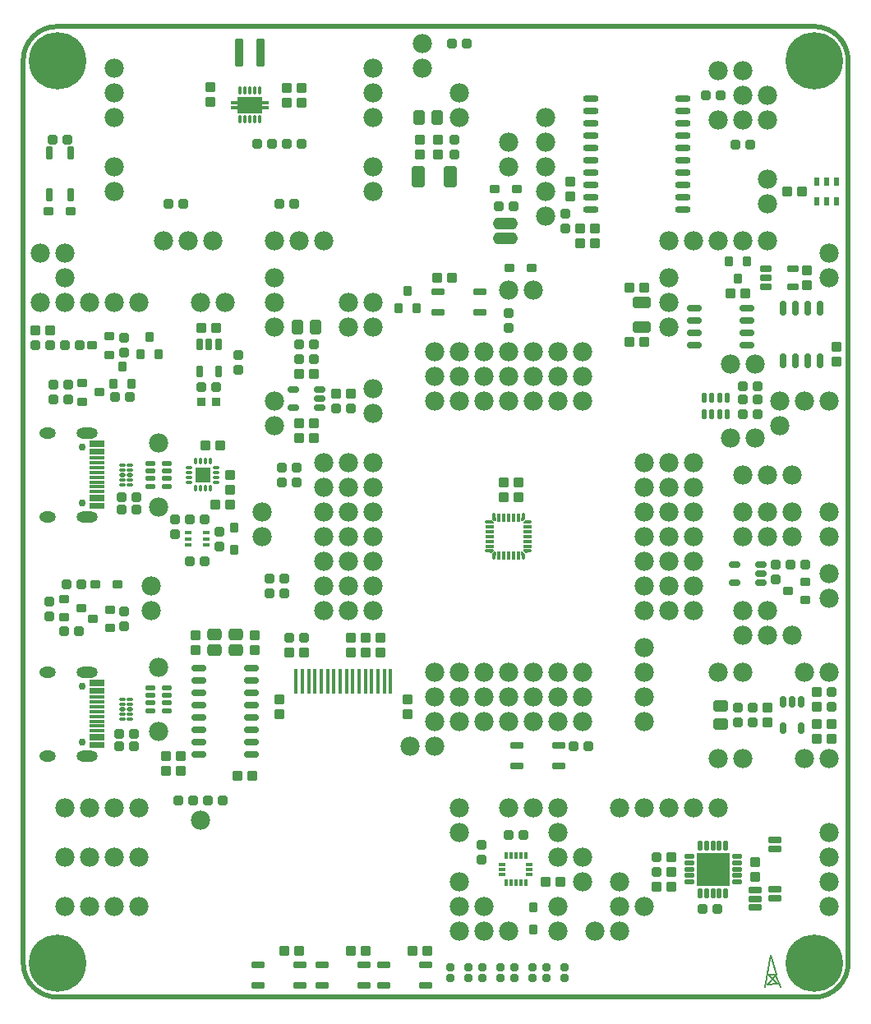
<source format=gts>
G04*
G04 #@! TF.GenerationSoftware,Altium Limited,Altium Designer,19.1.5 (86)*
G04*
G04 Layer_Color=8388736*
%FSLAX25Y25*%
%MOIN*%
G70*
G01*
G75*
%ADD17C,0.00800*%
%ADD71C,0.02000*%
G04:AMPARAMS|DCode=72|XSize=54mil|YSize=84mil|CornerRadius=7mil|HoleSize=0mil|Usage=FLASHONLY|Rotation=180.000|XOffset=0mil|YOffset=0mil|HoleType=Round|Shape=RoundedRectangle|*
%AMROUNDEDRECTD72*
21,1,0.05400,0.07000,0,0,180.0*
21,1,0.04000,0.08400,0,0,180.0*
1,1,0.01400,-0.02000,0.03500*
1,1,0.01400,0.02000,0.03500*
1,1,0.01400,0.02000,-0.03500*
1,1,0.01400,-0.02000,-0.03500*
%
%ADD72ROUNDEDRECTD72*%
G04:AMPARAMS|DCode=73|XSize=39.43mil|YSize=35.5mil|CornerRadius=5.94mil|HoleSize=0mil|Usage=FLASHONLY|Rotation=0.000|XOffset=0mil|YOffset=0mil|HoleType=Round|Shape=RoundedRectangle|*
%AMROUNDEDRECTD73*
21,1,0.03943,0.02362,0,0,0.0*
21,1,0.02756,0.03550,0,0,0.0*
1,1,0.01187,0.01378,-0.01181*
1,1,0.01187,-0.01378,-0.01181*
1,1,0.01187,-0.01378,0.01181*
1,1,0.01187,0.01378,0.01181*
%
%ADD73ROUNDEDRECTD73*%
G04:AMPARAMS|DCode=74|XSize=46.5mil|YSize=59mil|CornerRadius=6.25mil|HoleSize=0mil|Usage=FLASHONLY|Rotation=0.000|XOffset=0mil|YOffset=0mil|HoleType=Round|Shape=RoundedRectangle|*
%AMROUNDEDRECTD74*
21,1,0.04650,0.04650,0,0,0.0*
21,1,0.03400,0.05900,0,0,0.0*
1,1,0.01250,0.01700,-0.02325*
1,1,0.01250,-0.01700,-0.02325*
1,1,0.01250,-0.01700,0.02325*
1,1,0.01250,0.01700,0.02325*
%
%ADD74ROUNDEDRECTD74*%
G04:AMPARAMS|DCode=75|XSize=35.5mil|YSize=35.5mil|CornerRadius=5.15mil|HoleSize=0mil|Usage=FLASHONLY|Rotation=0.000|XOffset=0mil|YOffset=0mil|HoleType=Round|Shape=RoundedRectangle|*
%AMROUNDEDRECTD75*
21,1,0.03550,0.02520,0,0,0.0*
21,1,0.02520,0.03550,0,0,0.0*
1,1,0.01030,0.01260,-0.01260*
1,1,0.01030,-0.01260,-0.01260*
1,1,0.01030,-0.01260,0.01260*
1,1,0.01030,0.01260,0.01260*
%
%ADD75ROUNDEDRECTD75*%
%ADD76R,0.09849X0.06896*%
%ADD77O,0.01306X0.03550*%
G04:AMPARAMS|DCode=78|XSize=16mil|YSize=26mil|CornerRadius=5mil|HoleSize=0mil|Usage=FLASHONLY|Rotation=180.000|XOffset=0mil|YOffset=0mil|HoleType=Round|Shape=RoundedRectangle|*
%AMROUNDEDRECTD78*
21,1,0.01600,0.01600,0,0,180.0*
21,1,0.00600,0.02600,0,0,180.0*
1,1,0.01000,-0.00300,0.00800*
1,1,0.01000,0.00300,0.00800*
1,1,0.01000,0.00300,-0.00800*
1,1,0.01000,-0.00300,-0.00800*
%
%ADD78ROUNDEDRECTD78*%
G04:AMPARAMS|DCode=79|XSize=16mil|YSize=36mil|CornerRadius=5mil|HoleSize=0mil|Usage=FLASHONLY|Rotation=180.000|XOffset=0mil|YOffset=0mil|HoleType=Round|Shape=RoundedRectangle|*
%AMROUNDEDRECTD79*
21,1,0.01600,0.02600,0,0,180.0*
21,1,0.00600,0.03600,0,0,180.0*
1,1,0.01000,-0.00300,0.01300*
1,1,0.01000,0.00300,0.01300*
1,1,0.01000,0.00300,-0.01300*
1,1,0.01000,-0.00300,-0.01300*
%
%ADD79ROUNDEDRECTD79*%
G04:AMPARAMS|DCode=80|XSize=16mil|YSize=26mil|CornerRadius=5mil|HoleSize=0mil|Usage=FLASHONLY|Rotation=90.000|XOffset=0mil|YOffset=0mil|HoleType=Round|Shape=RoundedRectangle|*
%AMROUNDEDRECTD80*
21,1,0.01600,0.01600,0,0,90.0*
21,1,0.00600,0.02600,0,0,90.0*
1,1,0.01000,0.00800,0.00300*
1,1,0.01000,0.00800,-0.00300*
1,1,0.01000,-0.00800,-0.00300*
1,1,0.01000,-0.00800,0.00300*
%
%ADD80ROUNDEDRECTD80*%
G04:AMPARAMS|DCode=81|XSize=16mil|YSize=36mil|CornerRadius=5mil|HoleSize=0mil|Usage=FLASHONLY|Rotation=90.000|XOffset=0mil|YOffset=0mil|HoleType=Round|Shape=RoundedRectangle|*
%AMROUNDEDRECTD81*
21,1,0.01600,0.02600,0,0,90.0*
21,1,0.00600,0.03600,0,0,90.0*
1,1,0.01000,0.01300,0.00300*
1,1,0.01000,0.01300,-0.00300*
1,1,0.01000,-0.01300,-0.00300*
1,1,0.01000,-0.01300,0.00300*
%
%ADD81ROUNDEDRECTD81*%
G04:AMPARAMS|DCode=82|XSize=47.31mil|YSize=98.49mil|CornerRadius=19.32mil|HoleSize=0mil|Usage=FLASHONLY|Rotation=90.000|XOffset=0mil|YOffset=0mil|HoleType=Round|Shape=RoundedRectangle|*
%AMROUNDEDRECTD82*
21,1,0.04731,0.05984,0,0,90.0*
21,1,0.00866,0.09849,0,0,90.0*
1,1,0.03865,0.02992,0.00433*
1,1,0.03865,0.02992,-0.00433*
1,1,0.03865,-0.02992,-0.00433*
1,1,0.03865,-0.02992,0.00433*
%
%ADD82ROUNDEDRECTD82*%
%ADD83R,0.01660X0.10400*%
%ADD84O,0.06306X0.02762*%
%ADD85R,0.02368X0.03550*%
%ADD86R,0.03156X0.01502*%
%ADD87R,0.01502X0.03156*%
G04:AMPARAMS|DCode=88|XSize=27.62mil|YSize=47.31mil|CornerRadius=7.91mil|HoleSize=0mil|Usage=FLASHONLY|Rotation=90.000|XOffset=0mil|YOffset=0mil|HoleType=Round|Shape=RoundedRectangle|*
%AMROUNDEDRECTD88*
21,1,0.02762,0.03150,0,0,90.0*
21,1,0.01181,0.04731,0,0,90.0*
1,1,0.01581,0.01575,0.00591*
1,1,0.01581,0.01575,-0.00591*
1,1,0.01581,-0.01575,-0.00591*
1,1,0.01581,-0.01575,0.00591*
%
%ADD88ROUNDEDRECTD88*%
G04:AMPARAMS|DCode=89|XSize=35.5mil|YSize=110.3mil|CornerRadius=5.94mil|HoleSize=0mil|Usage=FLASHONLY|Rotation=180.000|XOffset=0mil|YOffset=0mil|HoleType=Round|Shape=RoundedRectangle|*
%AMROUNDEDRECTD89*
21,1,0.03550,0.09843,0,0,180.0*
21,1,0.02362,0.11030,0,0,180.0*
1,1,0.01187,-0.01181,0.04921*
1,1,0.01187,0.01181,0.04921*
1,1,0.01187,0.01181,-0.04921*
1,1,0.01187,-0.01181,-0.04921*
%
%ADD89ROUNDEDRECTD89*%
G04:AMPARAMS|DCode=90|XSize=15.81mil|YSize=29.98mil|CornerRadius=4.95mil|HoleSize=0mil|Usage=FLASHONLY|Rotation=90.000|XOffset=0mil|YOffset=0mil|HoleType=Round|Shape=RoundedRectangle|*
%AMROUNDEDRECTD90*
21,1,0.01581,0.02008,0,0,90.0*
21,1,0.00591,0.02998,0,0,90.0*
1,1,0.00991,0.01004,0.00295*
1,1,0.00991,0.01004,-0.00295*
1,1,0.00991,-0.01004,-0.00295*
1,1,0.00991,-0.01004,0.00295*
%
%ADD90ROUNDEDRECTD90*%
%ADD91R,0.06109X0.06109*%
%ADD92O,0.01384X0.03156*%
%ADD93O,0.03156X0.01384*%
G04:AMPARAMS|DCode=94|XSize=40.42mil|YSize=19.75mil|CornerRadius=5.94mil|HoleSize=0mil|Usage=FLASHONLY|Rotation=0.000|XOffset=0mil|YOffset=0mil|HoleType=Round|Shape=RoundedRectangle|*
%AMROUNDEDRECTD94*
21,1,0.04042,0.00787,0,0,0.0*
21,1,0.02854,0.01975,0,0,0.0*
1,1,0.01187,0.01427,-0.00394*
1,1,0.01187,-0.01427,-0.00394*
1,1,0.01187,-0.01427,0.00394*
1,1,0.01187,0.01427,0.00394*
%
%ADD94ROUNDEDRECTD94*%
G04:AMPARAMS|DCode=95|XSize=40.42mil|YSize=19.75mil|CornerRadius=5.94mil|HoleSize=0mil|Usage=FLASHONLY|Rotation=90.000|XOffset=0mil|YOffset=0mil|HoleType=Round|Shape=RoundedRectangle|*
%AMROUNDEDRECTD95*
21,1,0.04042,0.00787,0,0,90.0*
21,1,0.02854,0.01975,0,0,90.0*
1,1,0.01187,0.00394,0.01427*
1,1,0.01187,0.00394,-0.01427*
1,1,0.01187,-0.00394,-0.01427*
1,1,0.01187,-0.00394,0.01427*
%
%ADD95ROUNDEDRECTD95*%
%ADD96R,0.13589X0.13589*%
G04:AMPARAMS|DCode=97|XSize=43.37mil|YSize=74.87mil|CornerRadius=6.92mil|HoleSize=0mil|Usage=FLASHONLY|Rotation=90.000|XOffset=0mil|YOffset=0mil|HoleType=Round|Shape=RoundedRectangle|*
%AMROUNDEDRECTD97*
21,1,0.04337,0.06102,0,0,90.0*
21,1,0.02953,0.07487,0,0,90.0*
1,1,0.01384,0.03051,0.01476*
1,1,0.01384,0.03051,-0.01476*
1,1,0.01384,-0.03051,-0.01476*
1,1,0.01384,-0.03051,0.01476*
%
%ADD97ROUNDEDRECTD97*%
%ADD98O,0.06109X0.02762*%
G04:AMPARAMS|DCode=99|XSize=31.56mil|YSize=31.56mil|CornerRadius=6.13mil|HoleSize=0mil|Usage=FLASHONLY|Rotation=0.000|XOffset=0mil|YOffset=0mil|HoleType=Round|Shape=RoundedRectangle|*
%AMROUNDEDRECTD99*
21,1,0.03156,0.01929,0,0,0.0*
21,1,0.01929,0.03156,0,0,0.0*
1,1,0.01227,0.00965,-0.00965*
1,1,0.01227,-0.00965,-0.00965*
1,1,0.01227,-0.00965,0.00965*
1,1,0.01227,0.00965,0.00965*
%
%ADD99ROUNDEDRECTD99*%
G04:AMPARAMS|DCode=100|XSize=29mil|YSize=54mil|CornerRadius=5.13mil|HoleSize=0mil|Usage=FLASHONLY|Rotation=90.000|XOffset=0mil|YOffset=0mil|HoleType=Round|Shape=RoundedRectangle|*
%AMROUNDEDRECTD100*
21,1,0.02900,0.04375,0,0,90.0*
21,1,0.01875,0.05400,0,0,90.0*
1,1,0.01025,0.02188,0.00938*
1,1,0.01025,0.02188,-0.00938*
1,1,0.01025,-0.02188,-0.00938*
1,1,0.01025,-0.02188,0.00938*
%
%ADD100ROUNDEDRECTD100*%
G04:AMPARAMS|DCode=101|XSize=11.87mil|YSize=24.67mil|CornerRadius=3.97mil|HoleSize=0mil|Usage=FLASHONLY|Rotation=90.000|XOffset=0mil|YOffset=0mil|HoleType=Round|Shape=RoundedRectangle|*
%AMROUNDEDRECTD101*
21,1,0.01187,0.01673,0,0,90.0*
21,1,0.00394,0.02467,0,0,90.0*
1,1,0.00794,0.00837,0.00197*
1,1,0.00794,0.00837,-0.00197*
1,1,0.00794,-0.00837,-0.00197*
1,1,0.00794,-0.00837,0.00197*
%
%ADD101ROUNDEDRECTD101*%
G04:AMPARAMS|DCode=102|XSize=19.75mil|YSize=24.67mil|CornerRadius=5.94mil|HoleSize=0mil|Usage=FLASHONLY|Rotation=90.000|XOffset=0mil|YOffset=0mil|HoleType=Round|Shape=RoundedRectangle|*
%AMROUNDEDRECTD102*
21,1,0.01975,0.01280,0,0,90.0*
21,1,0.00787,0.02467,0,0,90.0*
1,1,0.01187,0.00640,0.00394*
1,1,0.01187,0.00640,-0.00394*
1,1,0.01187,-0.00640,-0.00394*
1,1,0.01187,-0.00640,0.00394*
%
%ADD102ROUNDEDRECTD102*%
G04:AMPARAMS|DCode=103|XSize=39.43mil|YSize=35.5mil|CornerRadius=5.94mil|HoleSize=0mil|Usage=FLASHONLY|Rotation=90.000|XOffset=0mil|YOffset=0mil|HoleType=Round|Shape=RoundedRectangle|*
%AMROUNDEDRECTD103*
21,1,0.03943,0.02362,0,0,90.0*
21,1,0.02756,0.03550,0,0,90.0*
1,1,0.01187,0.01181,0.01378*
1,1,0.01187,0.01181,-0.01378*
1,1,0.01187,-0.01181,-0.01378*
1,1,0.01187,-0.01181,0.01378*
%
%ADD103ROUNDEDRECTD103*%
G04:AMPARAMS|DCode=104|XSize=21.72mil|YSize=39.43mil|CornerRadius=6.43mil|HoleSize=0mil|Usage=FLASHONLY|Rotation=270.000|XOffset=0mil|YOffset=0mil|HoleType=Round|Shape=RoundedRectangle|*
%AMROUNDEDRECTD104*
21,1,0.02172,0.02657,0,0,270.0*
21,1,0.00886,0.03943,0,0,270.0*
1,1,0.01286,-0.01329,-0.00443*
1,1,0.01286,-0.01329,0.00443*
1,1,0.01286,0.01329,0.00443*
1,1,0.01286,0.01329,-0.00443*
%
%ADD104ROUNDEDRECTD104*%
G04:AMPARAMS|DCode=105|XSize=63.06mil|YSize=15.81mil|CornerRadius=4.95mil|HoleSize=0mil|Usage=FLASHONLY|Rotation=0.000|XOffset=0mil|YOffset=0mil|HoleType=Round|Shape=RoundedRectangle|*
%AMROUNDEDRECTD105*
21,1,0.06306,0.00591,0,0,0.0*
21,1,0.05315,0.01581,0,0,0.0*
1,1,0.00991,0.02657,-0.00295*
1,1,0.00991,-0.02657,-0.00295*
1,1,0.00991,-0.02657,0.00295*
1,1,0.00991,0.02657,0.00295*
%
%ADD105ROUNDEDRECTD105*%
G04:AMPARAMS|DCode=106|XSize=49.28mil|YSize=59.12mil|CornerRadius=13.32mil|HoleSize=0mil|Usage=FLASHONLY|Rotation=270.000|XOffset=0mil|YOffset=0mil|HoleType=Round|Shape=RoundedRectangle|*
%AMROUNDEDRECTD106*
21,1,0.04928,0.03248,0,0,270.0*
21,1,0.02264,0.05912,0,0,270.0*
1,1,0.02664,-0.01624,-0.01132*
1,1,0.02664,-0.01624,0.01132*
1,1,0.02664,0.01624,0.01132*
1,1,0.02664,0.01624,-0.01132*
%
%ADD106ROUNDEDRECTD106*%
G04:AMPARAMS|DCode=107|XSize=35.58mil|YSize=42.27mil|CornerRadius=9.89mil|HoleSize=0mil|Usage=FLASHONLY|Rotation=270.000|XOffset=0mil|YOffset=0mil|HoleType=Round|Shape=RoundedRectangle|*
%AMROUNDEDRECTD107*
21,1,0.03558,0.02248,0,0,270.0*
21,1,0.01579,0.04227,0,0,270.0*
1,1,0.01979,-0.01124,-0.00789*
1,1,0.01979,-0.01124,0.00789*
1,1,0.01979,0.01124,0.00789*
1,1,0.01979,0.01124,-0.00789*
%
%ADD107ROUNDEDRECTD107*%
G04:AMPARAMS|DCode=108|XSize=39mil|YSize=39mil|CornerRadius=6.38mil|HoleSize=0mil|Usage=FLASHONLY|Rotation=90.000|XOffset=0mil|YOffset=0mil|HoleType=Round|Shape=RoundedRectangle|*
%AMROUNDEDRECTD108*
21,1,0.03900,0.02625,0,0,90.0*
21,1,0.02625,0.03900,0,0,90.0*
1,1,0.01275,0.01313,0.01313*
1,1,0.01275,0.01313,-0.01313*
1,1,0.01275,-0.01313,-0.01313*
1,1,0.01275,-0.01313,0.01313*
%
%ADD108ROUNDEDRECTD108*%
G04:AMPARAMS|DCode=109|XSize=39mil|YSize=39mil|CornerRadius=5.5mil|HoleSize=0mil|Usage=FLASHONLY|Rotation=90.000|XOffset=0mil|YOffset=0mil|HoleType=Round|Shape=RoundedRectangle|*
%AMROUNDEDRECTD109*
21,1,0.03900,0.02800,0,0,90.0*
21,1,0.02800,0.03900,0,0,90.0*
1,1,0.01100,0.01400,0.01400*
1,1,0.01100,0.01400,-0.01400*
1,1,0.01100,-0.01400,-0.01400*
1,1,0.01100,-0.01400,0.01400*
%
%ADD109ROUNDEDRECTD109*%
G04:AMPARAMS|DCode=110|XSize=46.5mil|YSize=59mil|CornerRadius=6.25mil|HoleSize=0mil|Usage=FLASHONLY|Rotation=90.000|XOffset=0mil|YOffset=0mil|HoleType=Round|Shape=RoundedRectangle|*
%AMROUNDEDRECTD110*
21,1,0.04650,0.04650,0,0,90.0*
21,1,0.03400,0.05900,0,0,90.0*
1,1,0.01250,0.02325,0.01700*
1,1,0.01250,0.02325,-0.01700*
1,1,0.01250,-0.02325,-0.01700*
1,1,0.01250,-0.02325,0.01700*
%
%ADD110ROUNDEDRECTD110*%
G04:AMPARAMS|DCode=111|XSize=25.65mil|YSize=43.37mil|CornerRadius=7.41mil|HoleSize=0mil|Usage=FLASHONLY|Rotation=0.000|XOffset=0mil|YOffset=0mil|HoleType=Round|Shape=RoundedRectangle|*
%AMROUNDEDRECTD111*
21,1,0.02565,0.02854,0,0,0.0*
21,1,0.01083,0.04337,0,0,0.0*
1,1,0.01483,0.00541,-0.01427*
1,1,0.01483,-0.00541,-0.01427*
1,1,0.01483,-0.00541,0.01427*
1,1,0.01483,0.00541,0.01427*
%
%ADD111ROUNDEDRECTD111*%
G04:AMPARAMS|DCode=112|XSize=29.59mil|YSize=51.24mil|CornerRadius=5.2mil|HoleSize=0mil|Usage=FLASHONLY|Rotation=90.000|XOffset=0mil|YOffset=0mil|HoleType=Round|Shape=RoundedRectangle|*
%AMROUNDEDRECTD112*
21,1,0.02959,0.04085,0,0,90.0*
21,1,0.01919,0.05124,0,0,90.0*
1,1,0.01040,0.02042,0.00960*
1,1,0.01040,0.02042,-0.00960*
1,1,0.01040,-0.02042,-0.00960*
1,1,0.01040,-0.02042,0.00960*
%
%ADD112ROUNDEDRECTD112*%
G04:AMPARAMS|DCode=113|XSize=39mil|YSize=39mil|CornerRadius=6.38mil|HoleSize=0mil|Usage=FLASHONLY|Rotation=180.000|XOffset=0mil|YOffset=0mil|HoleType=Round|Shape=RoundedRectangle|*
%AMROUNDEDRECTD113*
21,1,0.03900,0.02625,0,0,180.0*
21,1,0.02625,0.03900,0,0,180.0*
1,1,0.01275,-0.01313,0.01313*
1,1,0.01275,0.01313,0.01313*
1,1,0.01275,0.01313,-0.01313*
1,1,0.01275,-0.01313,-0.01313*
%
%ADD113ROUNDEDRECTD113*%
G04:AMPARAMS|DCode=114|XSize=39mil|YSize=39mil|CornerRadius=5.5mil|HoleSize=0mil|Usage=FLASHONLY|Rotation=0.000|XOffset=0mil|YOffset=0mil|HoleType=Round|Shape=RoundedRectangle|*
%AMROUNDEDRECTD114*
21,1,0.03900,0.02800,0,0,0.0*
21,1,0.02800,0.03900,0,0,0.0*
1,1,0.01100,0.01400,-0.01400*
1,1,0.01100,-0.01400,-0.01400*
1,1,0.01100,-0.01400,0.01400*
1,1,0.01100,0.01400,0.01400*
%
%ADD114ROUNDEDRECTD114*%
G04:AMPARAMS|DCode=115|XSize=35.58mil|YSize=42.27mil|CornerRadius=9.89mil|HoleSize=0mil|Usage=FLASHONLY|Rotation=180.000|XOffset=0mil|YOffset=0mil|HoleType=Round|Shape=RoundedRectangle|*
%AMROUNDEDRECTD115*
21,1,0.03558,0.02248,0,0,180.0*
21,1,0.01579,0.04227,0,0,180.0*
1,1,0.01979,-0.00789,0.01124*
1,1,0.01979,0.00789,0.01124*
1,1,0.01979,0.00789,-0.01124*
1,1,0.01979,-0.00789,-0.01124*
%
%ADD115ROUNDEDRECTD115*%
G04:AMPARAMS|DCode=116|XSize=21.72mil|YSize=39.43mil|CornerRadius=6.43mil|HoleSize=0mil|Usage=FLASHONLY|Rotation=180.000|XOffset=0mil|YOffset=0mil|HoleType=Round|Shape=RoundedRectangle|*
%AMROUNDEDRECTD116*
21,1,0.02172,0.02657,0,0,180.0*
21,1,0.00886,0.03943,0,0,180.0*
1,1,0.01286,-0.00443,0.01329*
1,1,0.01286,0.00443,0.01329*
1,1,0.01286,0.00443,-0.01329*
1,1,0.01286,-0.00443,-0.01329*
%
%ADD116ROUNDEDRECTD116*%
G04:AMPARAMS|DCode=117|XSize=27.62mil|YSize=47.31mil|CornerRadius=7.91mil|HoleSize=0mil|Usage=FLASHONLY|Rotation=0.000|XOffset=0mil|YOffset=0mil|HoleType=Round|Shape=RoundedRectangle|*
%AMROUNDEDRECTD117*
21,1,0.02762,0.03150,0,0,0.0*
21,1,0.01181,0.04731,0,0,0.0*
1,1,0.01581,0.00591,-0.01575*
1,1,0.01581,-0.00591,-0.01575*
1,1,0.01581,-0.00591,0.01575*
1,1,0.01581,0.00591,0.01575*
%
%ADD117ROUNDEDRECTD117*%
G04:AMPARAMS|DCode=118|XSize=25.65mil|YSize=43.37mil|CornerRadius=7.41mil|HoleSize=0mil|Usage=FLASHONLY|Rotation=270.000|XOffset=0mil|YOffset=0mil|HoleType=Round|Shape=RoundedRectangle|*
%AMROUNDEDRECTD118*
21,1,0.02565,0.02854,0,0,270.0*
21,1,0.01083,0.04337,0,0,270.0*
1,1,0.01483,-0.01427,-0.00541*
1,1,0.01483,-0.01427,0.00541*
1,1,0.01483,0.01427,0.00541*
1,1,0.01483,0.01427,-0.00541*
%
%ADD118ROUNDEDRECTD118*%
%ADD119O,0.02762X0.06109*%
G04:AMPARAMS|DCode=120|XSize=29.59mil|YSize=51.24mil|CornerRadius=5.2mil|HoleSize=0mil|Usage=FLASHONLY|Rotation=180.000|XOffset=0mil|YOffset=0mil|HoleType=Round|Shape=RoundedRectangle|*
%AMROUNDEDRECTD120*
21,1,0.02959,0.04085,0,0,180.0*
21,1,0.01919,0.05124,0,0,180.0*
1,1,0.01040,-0.00960,0.02042*
1,1,0.01040,0.00960,0.02042*
1,1,0.01040,0.00960,-0.02042*
1,1,0.01040,-0.00960,-0.02042*
%
%ADD120ROUNDEDRECTD120*%
%ADD121R,0.03550X0.01502*%
%ADD122C,0.07800*%
%ADD123C,0.23235*%
%ADD124C,0.04762*%
%ADD125C,0.02959*%
%ADD126O,0.06699X0.04337*%
%ADD127O,0.08668X0.04337*%
G36*
X-6187Y-15130D02*
X-6130Y-15187D01*
X-6100Y-15260D01*
Y-15300D01*
Y-15850D01*
X-6950Y-16700D01*
X-7600D01*
Y-15100D01*
X-6260D01*
X-6187Y-15130D01*
D02*
G37*
G36*
X-5187Y-16130D02*
X-5130Y-16187D01*
X-5100Y-16260D01*
Y-16300D01*
Y-17600D01*
X-6700D01*
Y-16950D01*
X-5850Y-16100D01*
X-5260D01*
X-5187Y-16130D01*
D02*
G37*
G36*
X-5100Y-3700D02*
Y-3740D01*
X-5130Y-3813D01*
X-5187Y-3870D01*
X-5260Y-3900D01*
X-5850D01*
X-6700Y-3050D01*
Y-2400D01*
X-5100D01*
Y-3700D01*
D02*
G37*
G36*
X-6100Y-4150D02*
Y-4700D01*
Y-4740D01*
X-6130Y-4813D01*
X-6187Y-4870D01*
X-6260Y-4900D01*
X-7600D01*
Y-3300D01*
X-6950D01*
X-6100Y-4150D01*
D02*
G37*
G36*
X7600Y-16700D02*
X6950D01*
X6100Y-15850D01*
Y-15300D01*
Y-15260D01*
X6130Y-15187D01*
X6187Y-15130D01*
X6260Y-15100D01*
X7600D01*
Y-16700D01*
D02*
G37*
G36*
X6700Y-16950D02*
Y-17600D01*
X5100D01*
Y-16300D01*
Y-16260D01*
X5130Y-16187D01*
X5187Y-16130D01*
X5260Y-16100D01*
X5850D01*
X6700Y-16950D01*
D02*
G37*
G36*
Y-3050D02*
X5850Y-3900D01*
X5260D01*
X5187Y-3870D01*
X5130Y-3813D01*
X5100Y-3740D01*
Y-3700D01*
Y-2400D01*
X6700D01*
Y-3050D01*
D02*
G37*
G36*
X7600Y-4900D02*
X6260D01*
X6187Y-4870D01*
X6130Y-4813D01*
X6100Y-4740D01*
Y-4700D01*
Y-4150D01*
X6950Y-3300D01*
X7600D01*
Y-4900D01*
D02*
G37*
D17*
X108500Y-188200D02*
X110400Y-192600D01*
X106400Y-179600D02*
X108700Y-187600D01*
X105400Y-187900D02*
X109000Y-191500D01*
X105400Y-187900D02*
X108700Y-187600D01*
X105000Y-191800D02*
X109000Y-191500D01*
X105000Y-191800D02*
X108500Y-188200D01*
X103900Y-192600D02*
X106400Y-179600D01*
D71*
X-183071Y196850D02*
G03*
X-196850Y183071I0J-13780D01*
G01*
X124016Y-196850D02*
G03*
X137795Y-183071I0J13780D01*
G01*
Y183071D02*
G03*
X124016Y196850I-13780J0D01*
G01*
X-196850Y-183071D02*
G03*
X-183071Y-196850I13780J0D01*
G01*
X-196850Y-183071D02*
X-196850Y183071D01*
X-183071Y-196850D02*
X124016Y-196850D01*
X137795Y-183071D02*
Y183071D01*
X-183071Y196850D02*
X124016D01*
D72*
X-36500Y136000D02*
D03*
X-23500D02*
D03*
D73*
X9528Y99000D02*
D03*
X472D02*
D03*
X-167527Y-29500D02*
D03*
X-158472D02*
D03*
X-177472Y122000D02*
D03*
X-186528D02*
D03*
X-5528Y131000D02*
D03*
X3528D02*
D03*
D74*
X-36126Y160000D02*
D03*
X-28874D02*
D03*
X-85626Y75000D02*
D03*
X-78374D02*
D03*
D75*
X-124500Y44500D02*
D03*
X-118500D02*
D03*
D76*
X-105000Y165000D02*
D03*
D77*
X-101063Y159193D02*
D03*
X-103032D02*
D03*
X-105000D02*
D03*
X-106968D02*
D03*
X-108937D02*
D03*
Y170807D02*
D03*
X-106968D02*
D03*
X-105000D02*
D03*
X-103032D02*
D03*
X-101063D02*
D03*
D78*
X5906Y-1850D02*
D03*
X-5906D02*
D03*
Y-18150D02*
D03*
X5906D02*
D03*
D79*
X3937Y-2350D02*
D03*
X1969D02*
D03*
X0D02*
D03*
X-1969D02*
D03*
X-3937D02*
D03*
Y-17650D02*
D03*
X-1969D02*
D03*
X0D02*
D03*
X1969D02*
D03*
X3937D02*
D03*
D80*
X-8150Y-4095D02*
D03*
Y-15905D02*
D03*
X8150D02*
D03*
Y-4095D02*
D03*
D81*
X-7650Y-6063D02*
D03*
Y-8032D02*
D03*
Y-10000D02*
D03*
Y-11969D02*
D03*
Y-13937D02*
D03*
X7650D02*
D03*
Y-11969D02*
D03*
Y-10000D02*
D03*
Y-8032D02*
D03*
Y-6063D02*
D03*
D82*
X-1315Y111047D02*
D03*
Y116953D02*
D03*
D83*
X-75957Y-68728D02*
D03*
X-83634D02*
D03*
X-50366D02*
D03*
X-58043D02*
D03*
X-86193D02*
D03*
X-78516D02*
D03*
X-81075D02*
D03*
X-68279D02*
D03*
X-70839D02*
D03*
X-73398D02*
D03*
X-60602D02*
D03*
X-63161D02*
D03*
X-65720D02*
D03*
X-52925D02*
D03*
X-55484D02*
D03*
X-47807D02*
D03*
D84*
X33268Y167500D02*
D03*
Y162500D02*
D03*
Y157500D02*
D03*
Y152500D02*
D03*
Y147500D02*
D03*
Y142500D02*
D03*
Y137500D02*
D03*
Y132500D02*
D03*
Y127500D02*
D03*
Y122500D02*
D03*
X70669Y167500D02*
D03*
Y162500D02*
D03*
Y157500D02*
D03*
Y152500D02*
D03*
Y147500D02*
D03*
Y142500D02*
D03*
Y137500D02*
D03*
Y132500D02*
D03*
Y127500D02*
D03*
Y122500D02*
D03*
D85*
X132937Y133937D02*
D03*
X129000D02*
D03*
X125063D02*
D03*
Y126063D02*
D03*
X129000D02*
D03*
X132937D02*
D03*
D86*
X8512Y-143032D02*
D03*
Y-145000D02*
D03*
Y-146968D02*
D03*
X-2512D02*
D03*
Y-145000D02*
D03*
Y-143032D02*
D03*
D87*
X6937Y-150512D02*
D03*
X4968D02*
D03*
X3000D02*
D03*
X1031D02*
D03*
X-937D02*
D03*
Y-139488D02*
D03*
X1031D02*
D03*
X3000D02*
D03*
X4968D02*
D03*
X6937D02*
D03*
D88*
X104488Y98709D02*
D03*
Y94968D02*
D03*
Y91228D02*
D03*
X115512D02*
D03*
Y98709D02*
D03*
D89*
X-109330Y186379D02*
D03*
X-100669D02*
D03*
D90*
X-122559Y-8441D02*
D03*
Y-11000D02*
D03*
Y-13559D02*
D03*
X-129803D02*
D03*
Y-11000D02*
D03*
Y-8441D02*
D03*
D91*
X-124000Y15000D02*
D03*
D92*
X-121047Y20512D02*
D03*
X-123016D02*
D03*
X-124984D02*
D03*
X-126953D02*
D03*
X-121047Y9488D02*
D03*
X-123016D02*
D03*
X-124984D02*
D03*
X-126953D02*
D03*
D93*
X-118488Y12047D02*
D03*
Y14016D02*
D03*
Y15984D02*
D03*
Y17953D02*
D03*
X-129512Y12047D02*
D03*
Y14016D02*
D03*
Y15984D02*
D03*
Y17953D02*
D03*
D94*
X73404Y-150118D02*
D03*
X92596D02*
D03*
Y-147559D02*
D03*
Y-145000D02*
D03*
Y-142441D02*
D03*
Y-139882D02*
D03*
X73404D02*
D03*
Y-142441D02*
D03*
Y-145000D02*
D03*
Y-147559D02*
D03*
D95*
X77882Y-154596D02*
D03*
X80441D02*
D03*
X83000D02*
D03*
X85559D02*
D03*
X88118D02*
D03*
Y-135403D02*
D03*
X85559D02*
D03*
X83000D02*
D03*
X80441D02*
D03*
X77882D02*
D03*
D96*
X83000Y-145000D02*
D03*
D97*
X54000Y75079D02*
D03*
Y84921D02*
D03*
D98*
X-104272Y-98500D02*
D03*
Y-93500D02*
D03*
Y-88500D02*
D03*
Y-83500D02*
D03*
Y-78500D02*
D03*
Y-73500D02*
D03*
Y-68500D02*
D03*
Y-63500D02*
D03*
X-125728Y-98500D02*
D03*
Y-93500D02*
D03*
Y-88500D02*
D03*
Y-83500D02*
D03*
Y-78500D02*
D03*
Y-73500D02*
D03*
Y-68500D02*
D03*
Y-63500D02*
D03*
X96728Y67500D02*
D03*
Y72500D02*
D03*
Y77500D02*
D03*
Y82500D02*
D03*
X75272Y67500D02*
D03*
Y72500D02*
D03*
Y77500D02*
D03*
Y82500D02*
D03*
D99*
X2398Y-189165D02*
D03*
Y-184835D02*
D03*
X9602D02*
D03*
Y-189165D02*
D03*
X15398D02*
D03*
Y-184835D02*
D03*
X22602D02*
D03*
Y-189165D02*
D03*
X-23602D02*
D03*
Y-184835D02*
D03*
X-16398D02*
D03*
Y-189165D02*
D03*
X-10602D02*
D03*
Y-184835D02*
D03*
X-3398D02*
D03*
Y-189165D02*
D03*
D100*
X100000Y-153500D02*
D03*
Y-157000D02*
D03*
Y-160500D02*
D03*
X108000Y-156762D02*
D03*
Y-153238D02*
D03*
Y-136762D02*
D03*
Y-133238D02*
D03*
D101*
X-156526Y-81968D02*
D03*
Y-83937D02*
D03*
X-153474Y-76063D02*
D03*
Y-78031D02*
D03*
X-156526Y-76063D02*
D03*
Y-78031D02*
D03*
X-153474Y-83937D02*
D03*
Y-81968D02*
D03*
Y13032D02*
D03*
Y11063D02*
D03*
X-156526Y16969D02*
D03*
Y18937D02*
D03*
X-153474Y16969D02*
D03*
Y18937D02*
D03*
X-156526Y11063D02*
D03*
Y13032D02*
D03*
D102*
Y-80000D02*
D03*
X-153474D02*
D03*
Y15000D02*
D03*
X-156526D02*
D03*
D103*
X-111181Y-15528D02*
D03*
Y-6472D02*
D03*
X10000Y-169527D02*
D03*
Y-160472D02*
D03*
D104*
X-138654Y-74425D02*
D03*
Y-71276D02*
D03*
Y-80724D02*
D03*
Y-77575D02*
D03*
X-145346D02*
D03*
Y-80724D02*
D03*
Y-71276D02*
D03*
Y-74425D02*
D03*
Y16575D02*
D03*
Y19724D02*
D03*
Y10276D02*
D03*
Y13425D02*
D03*
X-138654D02*
D03*
Y10276D02*
D03*
Y19724D02*
D03*
Y16575D02*
D03*
D105*
X-167000Y-95173D02*
D03*
Y-93992D02*
D03*
Y-92024D02*
D03*
Y-90842D02*
D03*
Y-88874D02*
D03*
Y-86905D02*
D03*
Y-84937D02*
D03*
Y-82968D02*
D03*
Y-81000D02*
D03*
Y-79031D02*
D03*
Y-77063D02*
D03*
Y-75094D02*
D03*
Y-73126D02*
D03*
Y-71945D02*
D03*
Y-69976D02*
D03*
Y-68795D02*
D03*
Y1827D02*
D03*
Y3008D02*
D03*
Y4976D02*
D03*
Y6157D02*
D03*
Y8126D02*
D03*
Y10095D02*
D03*
Y12063D02*
D03*
Y14031D02*
D03*
Y16000D02*
D03*
Y17968D02*
D03*
Y19937D02*
D03*
Y21905D02*
D03*
Y23874D02*
D03*
Y25055D02*
D03*
Y27024D02*
D03*
Y28205D02*
D03*
D106*
X-119331Y-56150D02*
D03*
Y-49850D02*
D03*
X-110669Y-56150D02*
D03*
Y-49850D02*
D03*
D107*
X-161516Y-47240D02*
D03*
Y-39760D02*
D03*
X-168484Y-43500D02*
D03*
X-162067Y63740D02*
D03*
Y71220D02*
D03*
X-169035Y67480D02*
D03*
X-173035Y52220D02*
D03*
Y44740D02*
D03*
X-166067Y48480D02*
D03*
X113516Y-32000D02*
D03*
X120484Y-28260D02*
D03*
Y-35740D02*
D03*
X-180280Y-35311D02*
D03*
Y-42791D02*
D03*
X-173311Y-39051D02*
D03*
D108*
X60000Y-140000D02*
D03*
Y-146000D02*
D03*
X-109500Y63500D02*
D03*
Y57500D02*
D03*
X-156051Y64480D02*
D03*
Y70480D02*
D03*
X-11000Y-141000D02*
D03*
Y-135000D02*
D03*
X-91000Y-33000D02*
D03*
Y-27000D02*
D03*
X-97000Y-33000D02*
D03*
Y-27000D02*
D03*
X-22000Y145000D02*
D03*
Y151000D02*
D03*
X0Y80500D02*
D03*
Y74500D02*
D03*
X-117181Y-14000D02*
D03*
Y-8000D02*
D03*
X-135181Y-3000D02*
D03*
Y-9000D02*
D03*
X-186260Y-36516D02*
D03*
Y-42516D02*
D03*
X-156000Y-46500D02*
D03*
Y-40500D02*
D03*
X-79000Y62000D02*
D03*
Y68000D02*
D03*
X-85000Y62000D02*
D03*
Y68000D02*
D03*
X23000Y115000D02*
D03*
Y121000D02*
D03*
X108500Y-27500D02*
D03*
Y-21500D02*
D03*
X131000Y-73000D02*
D03*
Y-79000D02*
D03*
D109*
X125000D02*
D03*
Y-73000D02*
D03*
X-90000Y172000D02*
D03*
Y166000D02*
D03*
X-84000Y172000D02*
D03*
Y166000D02*
D03*
X-28500Y151000D02*
D03*
Y145000D02*
D03*
X-120999Y172379D02*
D03*
Y166379D02*
D03*
X25032Y134000D02*
D03*
Y128000D02*
D03*
X121000Y97969D02*
D03*
Y91969D02*
D03*
X-93000Y-76000D02*
D03*
Y-82000D02*
D03*
X-52000Y-51000D02*
D03*
Y-57000D02*
D03*
X-41000Y-76000D02*
D03*
Y-82000D02*
D03*
X-36000Y145000D02*
D03*
Y151000D02*
D03*
X133000Y67000D02*
D03*
Y61000D02*
D03*
X-103000Y-56000D02*
D03*
Y-50000D02*
D03*
X-127000Y-50000D02*
D03*
Y-56000D02*
D03*
X-113000Y15000D02*
D03*
Y9000D02*
D03*
X29000Y115000D02*
D03*
Y109000D02*
D03*
X35000Y115000D02*
D03*
Y109000D02*
D03*
X66000Y-146000D02*
D03*
Y-140000D02*
D03*
X100000Y-148000D02*
D03*
Y-142000D02*
D03*
X125000Y-92000D02*
D03*
Y-86000D02*
D03*
X131000Y-92000D02*
D03*
Y-86000D02*
D03*
X105000Y-79500D02*
D03*
Y-85500D02*
D03*
D110*
X86000Y-86126D02*
D03*
Y-78874D02*
D03*
D111*
X118740Y-87815D02*
D03*
X111260D02*
D03*
Y-77185D02*
D03*
X115000D02*
D03*
X118740D02*
D03*
D112*
X20465Y-103232D02*
D03*
X3535D02*
D03*
X20465Y-94768D02*
D03*
X3535D02*
D03*
X-84535Y-192232D02*
D03*
X-101465D02*
D03*
X-84535Y-183768D02*
D03*
X-101465D02*
D03*
X-75465D02*
D03*
X-58535D02*
D03*
X-75465Y-192232D02*
D03*
X-58535D02*
D03*
X-33535D02*
D03*
X-50465D02*
D03*
X-33535Y-183768D02*
D03*
X-50465D02*
D03*
X-28465Y89232D02*
D03*
X-11535D02*
D03*
X-28465Y80768D02*
D03*
X-11535D02*
D03*
D113*
X-17000Y190000D02*
D03*
X-23000D02*
D03*
X-180051Y67480D02*
D03*
X-174051D02*
D03*
X-151000Y6000D02*
D03*
X-157000D02*
D03*
X-124500Y50500D02*
D03*
X-118500D02*
D03*
X-157000Y1000D02*
D03*
X-151000D02*
D03*
X-192051Y67480D02*
D03*
X-186051D02*
D03*
X-128000Y-117000D02*
D03*
X-134000D02*
D03*
X-115870D02*
D03*
X-121870D02*
D03*
X-153551Y46480D02*
D03*
X-159551D02*
D03*
X6000Y-131000D02*
D03*
X0D02*
D03*
X-184551Y45480D02*
D03*
X-178551D02*
D03*
X-184551Y51480D02*
D03*
X-178551D02*
D03*
X-89999Y149379D02*
D03*
X-83999D02*
D03*
X-95999D02*
D03*
X-101999D02*
D03*
X-93000Y125000D02*
D03*
X-87000D02*
D03*
X95000Y39425D02*
D03*
X101000D02*
D03*
X95000Y45425D02*
D03*
X101000D02*
D03*
X-4000Y124000D02*
D03*
X2000D02*
D03*
X-89000Y-51000D02*
D03*
X-83000D02*
D03*
X-138000Y125000D02*
D03*
X-132000D02*
D03*
X101000Y51000D02*
D03*
X95000D02*
D03*
X-158000Y-90000D02*
D03*
X-152000D02*
D03*
X-152000Y-95000D02*
D03*
X-158000D02*
D03*
X-129181Y-3000D02*
D03*
X-123181D02*
D03*
Y-20000D02*
D03*
X-129181D02*
D03*
X-173260Y-29516D02*
D03*
X-179260D02*
D03*
X-174260Y-48516D02*
D03*
X-180260D02*
D03*
X-86000Y12000D02*
D03*
X-92000D02*
D03*
X-86000Y18000D02*
D03*
X-92000D02*
D03*
X-64000Y42000D02*
D03*
X-70000D02*
D03*
X114500Y-21500D02*
D03*
X120500D02*
D03*
X86000Y169000D02*
D03*
X80000D02*
D03*
X92000Y149000D02*
D03*
X98000D02*
D03*
X84700Y-161000D02*
D03*
X78700D02*
D03*
X99000Y-85500D02*
D03*
X93000D02*
D03*
X99000Y-79500D02*
D03*
X93000D02*
D03*
X-185000Y151000D02*
D03*
X-179000D02*
D03*
X32500Y-95000D02*
D03*
X26500D02*
D03*
D114*
X-124500Y74500D02*
D03*
X-118500D02*
D03*
X-186051Y73480D02*
D03*
X-192051D02*
D03*
X-2000Y6000D02*
D03*
X4000D02*
D03*
X-29000Y95000D02*
D03*
X-23000D02*
D03*
X119000Y130000D02*
D03*
X113000D02*
D03*
X15000Y-150000D02*
D03*
X21000D02*
D03*
X-64000Y-57000D02*
D03*
X-58000D02*
D03*
X-83000D02*
D03*
X-89000D02*
D03*
X-58000Y-51000D02*
D03*
X-64000D02*
D03*
X-119000Y3000D02*
D03*
X-113000D02*
D03*
X55000Y69000D02*
D03*
X49000D02*
D03*
X90000Y88516D02*
D03*
X96000D02*
D03*
X55000Y91000D02*
D03*
X49000D02*
D03*
X-85000Y-178000D02*
D03*
X-91000D02*
D03*
X-64000D02*
D03*
X-58000D02*
D03*
X-39000D02*
D03*
X-33000D02*
D03*
X-2000Y12000D02*
D03*
X4000D02*
D03*
X-117000Y27000D02*
D03*
X-123000D02*
D03*
X-139000Y-105000D02*
D03*
X-133000D02*
D03*
Y-99000D02*
D03*
X-139000D02*
D03*
X-110000Y-107000D02*
D03*
X-104000D02*
D03*
X-85000Y30000D02*
D03*
X-79000D02*
D03*
X-70000Y48000D02*
D03*
X-64000D02*
D03*
X-85000Y36000D02*
D03*
X-79000D02*
D03*
X-79000Y56000D02*
D03*
X-85000D02*
D03*
X66000Y-152000D02*
D03*
X60000D02*
D03*
D115*
X-160291Y51996D02*
D03*
X-152811D02*
D03*
X-156551Y58965D02*
D03*
X-44740Y82516D02*
D03*
X-37260D02*
D03*
X-41000Y89484D02*
D03*
X-149291Y63996D02*
D03*
X-141811D02*
D03*
X-145551Y70965D02*
D03*
X93000Y94516D02*
D03*
X89260Y101484D02*
D03*
X96740D02*
D03*
D116*
X85575Y39654D02*
D03*
X88724D02*
D03*
X79276D02*
D03*
X82425D02*
D03*
Y46347D02*
D03*
X79276D02*
D03*
X88724D02*
D03*
X85575D02*
D03*
D117*
X-117760Y68012D02*
D03*
X-121500D02*
D03*
X-125240D02*
D03*
Y56988D02*
D03*
X-117760D02*
D03*
D118*
X-76685Y42260D02*
D03*
Y46000D02*
D03*
Y49740D02*
D03*
X-87315D02*
D03*
Y42260D02*
D03*
X102315Y-28740D02*
D03*
Y-25000D02*
D03*
Y-21260D02*
D03*
X91685D02*
D03*
Y-28740D02*
D03*
D119*
X111500Y61272D02*
D03*
X116500D02*
D03*
X121500D02*
D03*
X126500D02*
D03*
X111500Y82728D02*
D03*
X116500D02*
D03*
X121500D02*
D03*
X126500D02*
D03*
D120*
X-177768Y145465D02*
D03*
Y128535D02*
D03*
X-186232Y145465D02*
D03*
Y128535D02*
D03*
D121*
X-99094Y164016D02*
D03*
Y165985D02*
D03*
X-110905D02*
D03*
Y164016D02*
D03*
D122*
X55000Y-85000D02*
D03*
Y-75000D02*
D03*
Y-65000D02*
D03*
Y-55000D02*
D03*
X-55000Y130000D02*
D03*
Y140000D02*
D03*
X-160000Y130000D02*
D03*
Y140000D02*
D03*
X-20000Y160000D02*
D03*
Y170000D02*
D03*
X-55000Y180000D02*
D03*
Y170000D02*
D03*
Y160000D02*
D03*
X-20000Y45000D02*
D03*
Y55000D02*
D03*
Y65000D02*
D03*
X55000Y20000D02*
D03*
X65000D02*
D03*
X75000D02*
D03*
X0Y-170000D02*
D03*
X-10000D02*
D03*
X-20000D02*
D03*
X15000Y140000D02*
D03*
Y150000D02*
D03*
Y160000D02*
D03*
X-55000Y85000D02*
D03*
X-65000D02*
D03*
X130000Y-160000D02*
D03*
Y-150000D02*
D03*
Y-140000D02*
D03*
Y-130000D02*
D03*
X20000Y-140000D02*
D03*
Y-130000D02*
D03*
Y-120000D02*
D03*
X-95000Y75000D02*
D03*
Y85000D02*
D03*
Y95000D02*
D03*
X45000Y-150000D02*
D03*
Y-160000D02*
D03*
X85000Y-120000D02*
D03*
X75000D02*
D03*
X65000D02*
D03*
X55000D02*
D03*
X115000Y15000D02*
D03*
X105000D02*
D03*
X95000D02*
D03*
X-145000Y-30000D02*
D03*
Y-40000D02*
D03*
X-170000Y85000D02*
D03*
X-180000D02*
D03*
X-190000D02*
D03*
X-150000D02*
D03*
X-160000D02*
D03*
X35000Y-170000D02*
D03*
X45000D02*
D03*
X-125000Y-125000D02*
D03*
X20000Y-160000D02*
D03*
Y-170000D02*
D03*
X-180000Y-160000D02*
D03*
X-170000D02*
D03*
X-160000D02*
D03*
X-150000D02*
D03*
X-20000Y-150000D02*
D03*
Y-160000D02*
D03*
X130000Y-10000D02*
D03*
Y0D02*
D03*
X-95000Y110000D02*
D03*
X-85000D02*
D03*
X-75000D02*
D03*
X-160000Y160000D02*
D03*
Y170000D02*
D03*
Y180000D02*
D03*
X-140000Y110000D02*
D03*
X-130000D02*
D03*
X-120000D02*
D03*
X20000Y-85000D02*
D03*
Y-75000D02*
D03*
Y-65000D02*
D03*
X30000Y-85000D02*
D03*
Y-75000D02*
D03*
Y-65000D02*
D03*
X-30000Y45000D02*
D03*
Y55000D02*
D03*
Y65000D02*
D03*
X-10000D02*
D03*
Y55000D02*
D03*
Y45000D02*
D03*
X-55000Y0D02*
D03*
X-65000D02*
D03*
X-75000D02*
D03*
X-55000Y-10000D02*
D03*
X-65000D02*
D03*
X-75000D02*
D03*
X-55000Y-20000D02*
D03*
X-65000D02*
D03*
X-75000D02*
D03*
X-55000Y-30000D02*
D03*
X-65000D02*
D03*
X-75000D02*
D03*
Y10000D02*
D03*
X-65000D02*
D03*
X-55000D02*
D03*
Y-40000D02*
D03*
X-65000D02*
D03*
X-75000D02*
D03*
Y20000D02*
D03*
X-65000D02*
D03*
X-55000D02*
D03*
X-30000Y-65000D02*
D03*
Y-75000D02*
D03*
Y-85000D02*
D03*
X-20000Y-65000D02*
D03*
Y-75000D02*
D03*
Y-85000D02*
D03*
X-10000Y-65000D02*
D03*
Y-75000D02*
D03*
Y-85000D02*
D03*
X0Y-65000D02*
D03*
Y-75000D02*
D03*
Y-85000D02*
D03*
X30000Y65000D02*
D03*
Y55000D02*
D03*
Y45000D02*
D03*
X10000Y-65000D02*
D03*
Y-75000D02*
D03*
Y-85000D02*
D03*
X20000Y65000D02*
D03*
Y55000D02*
D03*
Y45000D02*
D03*
X55000Y-40000D02*
D03*
X65000D02*
D03*
X75000D02*
D03*
X55000Y-30000D02*
D03*
X65000D02*
D03*
X75000D02*
D03*
X55000Y-20000D02*
D03*
X65000D02*
D03*
X75000D02*
D03*
X55000Y-10000D02*
D03*
X65000D02*
D03*
X75000D02*
D03*
X55000Y0D02*
D03*
X65000D02*
D03*
X75000D02*
D03*
X55000Y10000D02*
D03*
X65000D02*
D03*
X75000D02*
D03*
X0Y65000D02*
D03*
Y55000D02*
D03*
Y45000D02*
D03*
X105000Y110000D02*
D03*
X95000D02*
D03*
X85000D02*
D03*
X0Y140000D02*
D03*
Y150000D02*
D03*
Y90000D02*
D03*
X10000D02*
D03*
Y45000D02*
D03*
Y55000D02*
D03*
Y65000D02*
D03*
X-125000Y85000D02*
D03*
X-115000D02*
D03*
X65000Y75000D02*
D03*
Y85000D02*
D03*
X-95000Y45000D02*
D03*
Y35000D02*
D03*
X-55000Y40000D02*
D03*
Y50000D02*
D03*
X130000Y104969D02*
D03*
Y94968D02*
D03*
X-20000Y-120000D02*
D03*
Y-130000D02*
D03*
X10000Y-120000D02*
D03*
X0D02*
D03*
X-30000Y-95000D02*
D03*
X-40000D02*
D03*
X100000Y30000D02*
D03*
X90000D02*
D03*
X110000Y45000D02*
D03*
Y35000D02*
D03*
X105000Y135000D02*
D03*
Y125000D02*
D03*
X65000Y110000D02*
D03*
X75000D02*
D03*
X115000Y-50000D02*
D03*
X105000D02*
D03*
X95000D02*
D03*
Y-40000D02*
D03*
X105000D02*
D03*
X15000Y120000D02*
D03*
Y130000D02*
D03*
X130000Y-35000D02*
D03*
Y-25000D02*
D03*
X115000Y0D02*
D03*
Y-10000D02*
D03*
X85000Y179000D02*
D03*
X95000D02*
D03*
Y169000D02*
D03*
Y159000D02*
D03*
X105000Y169000D02*
D03*
Y159000D02*
D03*
X-65000Y75000D02*
D03*
X-55000D02*
D03*
X85000Y159000D02*
D03*
X45000Y-120000D02*
D03*
X55000Y-160000D02*
D03*
X120000Y45000D02*
D03*
X130000D02*
D03*
X100000Y60000D02*
D03*
X90000D02*
D03*
X-142000Y-63000D02*
D03*
Y-89000D02*
D03*
Y28000D02*
D03*
Y2000D02*
D03*
X95000Y-100000D02*
D03*
X85000D02*
D03*
X120000D02*
D03*
X130000D02*
D03*
Y-65000D02*
D03*
X120000D02*
D03*
X85000D02*
D03*
X95000D02*
D03*
X105000Y0D02*
D03*
Y-10000D02*
D03*
X95000Y0D02*
D03*
Y-10000D02*
D03*
X-100000D02*
D03*
Y0D02*
D03*
X-10000Y-160000D02*
D03*
X65000Y95000D02*
D03*
X-180000Y105000D02*
D03*
Y95000D02*
D03*
X-190000Y105000D02*
D03*
X-180000Y-140000D02*
D03*
X-170000D02*
D03*
X-160000D02*
D03*
X-150000D02*
D03*
X-180000Y-120000D02*
D03*
X-170000D02*
D03*
X-160000D02*
D03*
X-150000D02*
D03*
X-35000Y180000D02*
D03*
Y190000D02*
D03*
X30000Y-150000D02*
D03*
Y-140000D02*
D03*
D123*
X124016Y183071D02*
D03*
X-183071Y-183071D02*
D03*
X124016D02*
D03*
X-183071Y183071D02*
D03*
D124*
X115354D02*
D03*
X132677D02*
D03*
X124016Y174409D02*
D03*
Y191732D02*
D03*
X117913Y189173D02*
D03*
X130118D02*
D03*
X117913Y176969D02*
D03*
X130118D02*
D03*
X-191733Y-183071D02*
D03*
X-174410D02*
D03*
X-183071Y-191732D02*
D03*
Y-174409D02*
D03*
X-189174Y-176969D02*
D03*
X-176969D02*
D03*
X-189174Y-189173D02*
D03*
X-176969D02*
D03*
X115354Y-183071D02*
D03*
X132677D02*
D03*
X124016Y-191732D02*
D03*
Y-174409D02*
D03*
X117913Y-176969D02*
D03*
X130118D02*
D03*
X117913Y-189173D02*
D03*
X130118D02*
D03*
X-191733Y183071D02*
D03*
X-174410D02*
D03*
X-183071Y174409D02*
D03*
Y191732D02*
D03*
X-189174Y189173D02*
D03*
X-176969D02*
D03*
X-189174Y176969D02*
D03*
X-176969D02*
D03*
D125*
X-173063Y-70606D02*
D03*
Y-93362D02*
D03*
Y26394D02*
D03*
Y3638D02*
D03*
D126*
X-186843Y-64957D02*
D03*
Y-99012D02*
D03*
Y32043D02*
D03*
Y-2012D02*
D03*
D127*
X-171095Y-99012D02*
D03*
Y-64957D02*
D03*
Y-2012D02*
D03*
Y32043D02*
D03*
M02*

</source>
